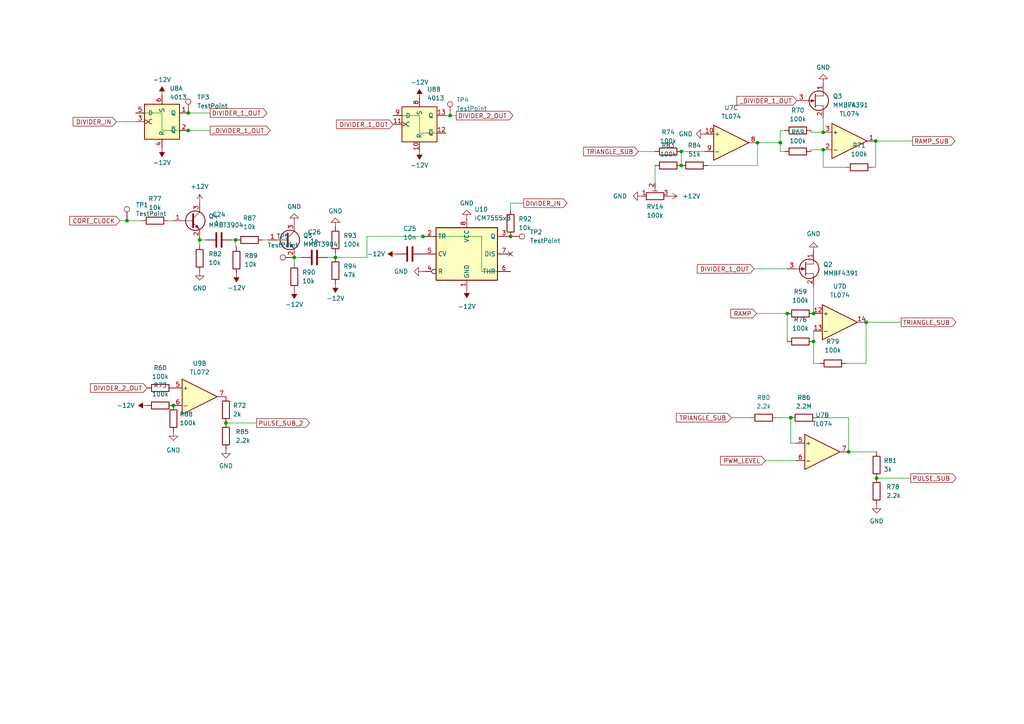
<source format=kicad_sch>
(kicad_sch (version 20250114) (generator "eeschema") (generator_version "9.0")
  (paper "A4")
  (lib_symbols
    (symbol "4xxx:4013" (pin_names (offset 1.016))
      (property "Reference" "U" (at -7.62 8.89 0))
      (property "Value" "4013" (at -7.62 -8.89 0))
      (symbol "4013_1_1"
        (rectangle (start -5.08 5.08) (end 5.08 -5.08) (stroke (width 0.254)) (fill (type background)))
        (pin input line (at -7.62 2.54 0) (length 2.54) (name "D") (number "5"))
        (pin input clock (at -7.62 0 0) (length 2.54) (name "C") (number "3"))
        (pin input line (at 0 7.62 270) (length 2.54) (name "S") (number "6"))
        (pin input line (at 0 -7.62 90) (length 2.54) (name "R") (number "4"))
        (pin output line (at 7.62 2.54 180) (length 2.54) (name "Q") (number "1"))
        (pin output line (at 7.62 -2.54 180) (length 2.54) (name "~{Q}") (number "2"))
      )
      (symbol "4013_2_1"
        (rectangle (start -5.08 5.08) (end 5.08 -5.08) (stroke (width 0.254)) (fill (type background)))
        (pin input line (at -7.62 2.54 0) (length 2.54) (name "D") (number "9"))
        (pin input clock (at -7.62 0 0) (length 2.54) (name "C") (number "11"))
        (pin input line (at 0 7.62 270) (length 2.54) (name "S") (number "8"))
        (pin input line (at 0 -7.62 90) (length 2.54) (name "R") (number "10"))
        (pin output line (at 7.62 2.54 180) (length 2.54) (name "Q") (number "13"))
        (pin output line (at 7.62 -2.54 180) (length 2.54) (name "~{Q}") (number "12"))
      )
      (symbol "4013_3_0"
        (pin power_in line (at 0 10.16 270) (length 2.54) (name "VDD") (number "14"))
        (pin power_in line (at 0 -10.16 90) (length 2.54) (name "VSS") (number "7"))
      )
      (symbol "4013_3_1"
        (rectangle (start -5.08 7.62) (end 5.08 -7.62) (stroke (width 0.254)) (fill (type background)))
      )
    )
    (symbol "Amplifier_Operational:TL072" (pin_names (offset 0.127))
      (property "Reference" "U" (at 0 5.08 0))
      (property "Value" "TL072" (at 0 -5.08 0))
      (symbol "TL072_1_1"
        (polyline (pts (xy -5.08 5.08) (xy 5.08 0) (xy -5.08 -5.08) (xy -5.08 5.08)) (stroke (width 0.254)) (fill (type background)))
        (pin input line (at -7.62 2.54 0) (length 2.54) (name "+") (number "3"))
        (pin input line (at -7.62 -2.54 0) (length 2.54) (name "-") (number "2"))
        (pin output line (at 7.62 0 180) (length 2.54) (name "~") (number "1"))
      )
      (symbol "TL072_2_1"
        (polyline (pts (xy -5.08 5.08) (xy 5.08 0) (xy -5.08 -5.08) (xy -5.08 5.08)) (stroke (width 0.254)) (fill (type background)))
        (pin input line (at -7.62 2.54 0) (length 2.54) (name "+") (number "5"))
        (pin input line (at -7.62 -2.54 0) (length 2.54) (name "-") (number "6"))
        (pin output line (at 7.62 0 180) (length 2.54) (name "~") (number "7"))
      )
      (symbol "TL072_3_1"
        (pin power_in line (at -2.54 7.62 270) (length 3.81) (name "V+") (number "8"))
        (pin power_in line (at -2.54 -7.62 90) (length 3.81) (name "V-") (number "4"))
      )
    )
    (symbol "Amplifier_Operational:TL074" (pin_names (offset 0.127))
      (property "Reference" "U" (at 0 5.08 0))
      (property "Value" "TL074" (at 0 -5.08 0))
      (symbol "TL074_1_1"
        (polyline (pts (xy -5.08 5.08) (xy 5.08 0) (xy -5.08 -5.08) (xy -5.08 5.08)) (stroke (width 0.254)) (fill (type background)))
        (pin input line (at -7.62 2.54 0) (length 2.54) (name "+") (number "3"))
        (pin input line (at -7.62 -2.54 0) (length 2.54) (name "-") (number "2"))
        (pin output line (at 7.62 0 180) (length 2.54) (name "~") (number "1"))
      )
      (symbol "TL074_2_1"
        (polyline (pts (xy -5.08 5.08) (xy 5.08 0) (xy -5.08 -5.08) (xy -5.08 5.08)) (stroke (width 0.254)) (fill (type background)))
        (pin input line (at -7.62 2.54 0) (length 2.54) (name "+") (number "5"))
        (pin input line (at -7.62 -2.54 0) (length 2.54) (name "-") (number "6"))
        (pin output line (at 7.62 0 180) (length 2.54) (name "~") (number "7"))
      )
      (symbol "TL074_3_1"
        (polyline (pts (xy -5.08 5.08) (xy 5.08 0) (xy -5.08 -5.08) (xy -5.08 5.08)) (stroke (width 0.254)) (fill (type background)))
        (pin input line (at -7.62 2.54 0) (length 2.54) (name "+") (number "10"))
        (pin input line (at -7.62 -2.54 0) (length 2.54) (name "-") (number "9"))
        (pin output line (at 7.62 0 180) (length 2.54) (name "~") (number "8"))
      )
      (symbol "TL074_4_1"
        (polyline (pts (xy -5.08 5.08) (xy 5.08 0) (xy -5.08 -5.08) (xy -5.08 5.08)) (stroke (width 0.254)) (fill (type background)))
        (pin input line (at -7.62 2.54 0) (length 2.54) (name "+") (number "12"))
        (pin input line (at -7.62 -2.54 0) (length 2.54) (name "-") (number "13"))
        (pin output line (at 7.62 0 180) (length 2.54) (name "~") (number "14"))
      )
      (symbol "TL074_5_1"
        (pin power_in line (at -2.54 7.62 270) (length 3.81) (name "V+") (number "4"))
        (pin power_in line (at -2.54 -7.62 90) (length 3.81) (name "V-") (number "11"))
      )
    )
    (symbol "Connector:TestPoint" (pin_numbers (hide yes)) (pin_names (offset 0.762) (hide yes))
      (property "Reference" "TP" (at 0 6.858 0))
      (property "Value" "TestPoint" (at 0 5.08 0))
      (symbol "TestPoint_0_1"
        (circle (center 0 3.302) (radius 0.762))
      )
      (symbol "TestPoint_1_1"
        (pin passive line (at 0 0 90) (length 2.54) (name "1") (number "1"))
      )
    )
    (symbol "Device:C" (pin_numbers (hide yes)) (pin_names (offset 0.254))
      (property "Reference" "C" (at 0.635 2.54 0))
      (property "Value" "C" (at 0.635 -2.54 0))
      (symbol "C_0_1"
        (polyline (pts (xy -2.032 0.762) (xy 2.032 0.762)) (stroke (width 0.508)))
        (polyline (pts (xy -2.032 -0.762) (xy 2.032 -0.762)) (stroke (width 0.508)))
      )
      (symbol "C_1_1"
        (pin passive line (at 0 3.81 270) (length 2.794) (name "~") (number "1"))
        (pin passive line (at 0 -3.81 90) (length 2.794) (name "~") (number "2"))
      )
    )
    (symbol "Device:R" (pin_numbers (hide yes)) (pin_names (offset 0))
      (property "Reference" "R" (at 2.032 0 90))
      (property "Value" "R" (at 0 0 90))
      (symbol "R_0_1"
        (rectangle (start -1.016 -2.54) (end 1.016 2.54) (stroke (width 0.254)))
      )
      (symbol "R_1_1"
        (pin passive line (at 0 3.81 270) (length 1.27) (name "~") (number "1"))
        (pin passive line (at 0 -3.81 90) (length 1.27) (name "~") (number "2"))
      )
    )
    (symbol "Device:R_Potentiometer_Trim" (pin_names (offset 1.016) (hide yes))
      (property "Reference" "RV" (at -4.445 0 90))
      (property "Value" "R_Potentiometer_Trim" (at -2.54 0 90))
      (symbol "R_Potentiometer_Trim_0_1"
        (rectangle (start 1.016 2.54) (end -1.016 -2.54) (stroke (width 0.254)))
        (polyline (pts (xy 1.524 0.762) (xy 1.524 -0.762)))
        (polyline (pts (xy 2.54 0) (xy 1.524 0)))
      )
      (symbol "R_Potentiometer_Trim_1_1"
        (pin passive line (at 0 3.81 270) (length 1.27) (name "1") (number "1"))
        (pin passive line (at 0 -3.81 90) (length 1.27) (name "3") (number "3"))
        (pin passive line (at 3.81 0 180) (length 1.27) (name "2") (number "2"))
      )
    )
    (symbol "EuroRackTools:+12V" (power) (pin_names (offset 0))
      (property "Value" "+12V" (at 0 3.556 0))
      (symbol "+12V_0_1"
        (polyline (pts (xy -0.762 1.27) (xy 0 2.54)))
        (polyline (pts (xy 0 2.54) (xy 0.762 1.27)))
        (polyline (pts (xy 0 0) (xy 0 2.54)))
      )
      (symbol "+12V_1_1"
        (pin power_in line (at 0 0 90) (length 0) (hide yes) (name "+12V") (number "1"))
      )
    )
    (symbol "EuroRackTools:-12V" (power) (pin_names (offset 0))
      (property "Value" "-12V" (at 0 3.81 0))
      (symbol "-12V_0_0"
        (pin power_in line (at 0 0 90) (length 0) (hide yes) (name "-12V") (number "1"))
      )
      (symbol "-12V_0_1"
        (polyline (pts (xy 0 0) (xy 0 1.27) (xy 0.762 1.27) (xy 0 2.54) (xy -0.762 1.27) (xy 0 1.27)) (fill (type outline)))
      )
    )
    (symbol "EuroRackTools:GND" (power) (pin_names (offset 0))
      (property "Value" "GND" (at 0 -3.81 0))
      (symbol "GND_0_1"
        (polyline (pts (xy 0 0) (xy 0 -1.27) (xy 1.27 -1.27) (xy 0 -2.54) (xy -1.27 -1.27) (xy 0 -1.27)))
      )
      (symbol "GND_1_1"
        (pin power_in line (at 0 0 270) (length 0) (hide yes) (name "GND") (number "1"))
      )
    )
    (symbol "Timer:ICM7555xB"
      (property "Reference" "U" (at -10.16 8.89 0))
      (property "Value" "ICM7555xB" (at 2.54 8.89 0))
      (symbol "ICM7555xB_0_0"
        (pin power_in line (at 0 10.16 270) (length 2.54) (name "VCC") (number "8"))
        (pin power_in line (at 0 -10.16 90) (length 2.54) (name "GND") (number "1"))
      )
      (symbol "ICM7555xB_0_1"
        (rectangle (start -8.89 -7.62) (end 8.89 7.62) (stroke (width 0.254)) (fill (type background)))
        (rectangle (start -8.89 -7.62) (end 8.89 7.62) (stroke (width 0.254)) (fill (type background)))
      )
      (symbol "ICM7555xB_1_1"
        (pin input line (at -12.7 5.08 0) (length 3.81) (name "TR") (number "2"))
        (pin input line (at -12.7 0 0) (length 3.81) (name "CV") (number "5"))
        (pin input inverted (at -12.7 -5.08 0) (length 3.81) (name "R") (number "4"))
        (pin output line (at 12.7 5.08 180) (length 3.81) (name "Q") (number "3"))
        (pin input line (at 12.7 0 180) (length 3.81) (name "DIS") (number "7"))
        (pin input line (at 12.7 -5.08 180) (length 3.81) (name "THR") (number "6"))
      )
    )
    (symbol "Transistor_BJT:MMBT3904" (pin_names (offset 0) (hide yes))
      (property "Reference" "Q" (at 5.08 1.905 0))
      (property "Value" "MMBT3904" (at 5.08 0 0))
      (symbol "MMBT3904_0_1"
        (polyline (pts (xy -2.54 0) (xy 0.635 0)))
        (polyline (pts (xy 0.635 1.905) (xy 0.635 -1.905)) (stroke (width 0.508)))
        (circle (center 1.27 0) (radius 2.8194) (stroke (width 0.254)))
      )
      (symbol "MMBT3904_1_1"
        (polyline (pts (xy 0.635 0.635) (xy 2.54 2.54)))
        (polyline (pts (xy 0.635 -0.635) (xy 2.54 -2.54)))
        (polyline (pts (xy 1.27 -1.778) (xy 1.778 -1.27) (xy 2.286 -2.286) (xy 1.27 -1.778)) (fill (type outline)))
        (pin input line (at -5.08 0 0) (length 2.54) (name "B") (number "1"))
        (pin passive line (at 2.54 5.08 270) (length 2.54) (name "C") (number "3"))
        (pin passive line (at 2.54 -5.08 90) (length 2.54) (name "E") (number "2"))
      )
    )
    (symbol "Transistor_FET:MMBF4391" (pin_names (hide yes))
      (property "Reference" "Q" (at 5.08 1.905 0))
      (property "Value" "MMBF4391" (at 5.08 0 0))
      (symbol "MMBF4391_0_1"
        (polyline (pts (xy 0 0) (xy -1.016 0.381) (xy -1.016 -0.381) (xy 0 0)) (fill (type outline)))
        (polyline (pts (xy 0.254 1.905) (xy 0.254 -1.905)) (stroke (width 0.254)))
        (polyline (pts (xy 0.254 0) (xy -2.54 0)))
        (circle (center 1.27 0) (radius 2.8194) (stroke (width 0.254)))
        (polyline (pts (xy 2.54 2.54) (xy 2.54 1.397) (xy 0.254 1.397)))
        (polyline (pts (xy 2.54 -2.54) (xy 2.54 -1.397) (xy 0.254 -1.397)))
      )
      (symbol "MMBF4391_1_1"
        (pin input line (at -5.08 0 0) (length 2.54) (name "G") (number "3"))
        (pin passive line (at 2.54 5.08 270) (length 2.54) (name "D") (number "1"))
        (pin passive line (at 2.54 -5.08 90) (length 2.54) (name "S") (number "2"))
      )
    )
  )
  (junction (at 197.612 48.006))
  (junction (at 54.61 32.766))
  (junction (at 130.556 33.528))
  (junction (at 219.71 41.402))
  (junction (at 238.76 43.434))
  (junction (at 226.314 41.402))
  (junction (at 85.344 74.676))
  (junction (at 54.61 37.846))
  (junction (at 254.254 138.684))
  (junction (at 65.532 122.682))
  (junction (at 251.206 93.472))
  (junction (at 57.912 69.596))
  (junction (at 238.76 38.354))
  (junction (at 197.612 43.942))
  (junction (at 254 40.894))
  (junction (at 36.83 64.008))
  (junction (at 148.082 68.58))
  (junction (at 246.126 131.064))
  (junction (at 228.346 90.932))
  (junction (at 235.966 90.932))
  (junction (at 97.282 74.676))
  (junction (at 229.362 121.158))
  (junction (at 68.326 69.596))
  (junction (at 235.966 99.06))
  (junction (at 50.292 117.602))
  (junction (at 122.682 68.58))
  (no_connect (at 148.082 73.66))
  (wire (pts (xy 225.298 121.158) (xy 229.362 121.158)))
  (wire (pts (xy 226.314 37.846) (xy 227.584 37.846)))
  (wire (pts (xy 48.768 64.008) (xy 50.292 64.008)))
  (wire (pts (xy 235.966 83.058) (xy 235.966 90.932)))
  (wire (pts (xy 238.76 38.354) (xy 235.204 38.354)))
  (wire (pts (xy 228.346 90.932) (xy 228.346 99.06)))
  (wire (pts (xy 246.126 131.064) (xy 254.254 131.064)))
  (wire (pts (xy 230.886 128.524) (xy 229.362 128.524)))
  (wire (pts (xy 254 40.894) (xy 254 48.514)))
  (wire (pts (xy 97.282 74.676) (xy 106.426 74.676)))
  (wire (pts (xy 251.206 105.41) (xy 245.364 105.41)))
  (wire (pts (xy 130.556 33.528) (xy 129.286 33.528)))
  (wire (pts (xy 236.982 121.158) (xy 246.126 121.158)))
  (wire (pts (xy 185.166 43.942) (xy 189.992 43.942)))
  (wire (pts (xy 235.966 96.012) (xy 235.966 99.06)))
  (wire (pts (xy 148.082 58.928) (xy 151.892 58.928)))
  (wire (pts (xy 34.798 64.008) (xy 36.83 64.008)))
  (wire (pts (xy 57.912 69.596) (xy 59.69 69.596)))
  (wire (pts (xy 94.996 74.676) (xy 97.282 74.676)))
  (wire (pts (xy 197.612 43.942) (xy 204.47 43.942)))
  (wire (pts (xy 238.76 43.434) (xy 238.76 48.514)))
  (wire (pts (xy 235.966 105.41) (xy 237.744 105.41)))
  (wire (pts (xy 57.912 69.596) (xy 57.912 71.12)))
  (wire (pts (xy 132.334 33.528) (xy 130.556 33.528)))
  (wire (pts (xy 197.612 43.942) (xy 197.612 48.006)))
  (wire (pts (xy 246.126 121.158) (xy 246.126 131.064)))
  (wire (pts (xy 189.992 48.006) (xy 189.992 53.086)))
  (wire (pts (xy 219.71 48.006) (xy 219.71 41.402)))
  (wire (pts (xy 219.456 90.932) (xy 228.346 90.932)))
  (wire (pts (xy 226.314 41.402) (xy 226.314 37.846)))
  (wire (pts (xy 221.996 133.604) (xy 230.886 133.604)))
  (wire (pts (xy 106.426 74.676) (xy 106.426 68.58)))
  (wire (pts (xy 106.426 68.58) (xy 122.682 68.58)))
  (wire (pts (xy 205.232 48.006) (xy 219.71 48.006)))
  (wire (pts (xy 226.314 43.942) (xy 227.584 43.942)))
  (wire (pts (xy 235.204 43.434) (xy 238.76 43.434)))
  (wire (pts (xy 212.09 121.158) (xy 217.678 121.158)))
  (wire (pts (xy 87.376 74.676) (xy 85.344 74.676)))
  (wire (pts (xy 238.76 34.29) (xy 238.76 38.354)))
  (wire (pts (xy 121.666 33.528) (xy 121.666 38.608)))
  (wire (pts (xy 114.046 33.528) (xy 121.666 33.528)))
  (wire (pts (xy 46.99 37.846) (xy 54.61 37.846)))
  (wire (pts (xy 229.362 128.524) (xy 229.362 121.158)))
  (wire (pts (xy 148.082 60.96) (xy 148.082 58.928)))
  (wire (pts (xy 76.2 69.596) (xy 77.724 69.596)))
  (wire (pts (xy 67.31 69.596) (xy 68.326 69.596)))
  (wire (pts (xy 219.71 41.402) (xy 226.314 41.402)))
  (wire (pts (xy 54.61 32.766) (xy 60.96 32.766)))
  (wire (pts (xy 238.76 48.514) (xy 245.364 48.514)))
  (wire (pts (xy 218.694 77.978) (xy 228.346 77.978)))
  (wire (pts (xy 46.99 32.766) (xy 46.99 37.846)))
  (wire (pts (xy 139.7 68.58) (xy 139.7 78.74)))
  (wire (pts (xy 252.984 48.514) (xy 254 48.514)))
  (wire (pts (xy 235.204 43.942) (xy 235.204 43.434)))
  (wire (pts (xy 68.326 69.596) (xy 68.58 69.596)))
  (wire (pts (xy 68.326 69.596) (xy 68.326 71.628)))
  (wire (pts (xy 97.282 73.406) (xy 97.282 74.676)))
  (wire (pts (xy 36.83 64.008) (xy 41.148 64.008)))
  (wire (pts (xy 54.61 37.846) (xy 60.96 37.846)))
  (wire (pts (xy 254 40.894) (xy 264.668 40.894)))
  (wire (pts (xy 85.344 74.676) (xy 85.344 76.454)))
  (wire (pts (xy 122.682 68.58) (xy 139.7 68.58)))
  (wire (pts (xy 226.314 41.402) (xy 226.314 43.942)))
  (wire (pts (xy 235.204 38.354) (xy 235.204 37.846)))
  (wire (pts (xy 33.782 35.306) (xy 39.37 35.306)))
  (wire (pts (xy 254.254 138.684) (xy 264.16 138.684)))
  (wire (pts (xy 68.326 71.628) (xy 68.58 71.628)))
  (wire (pts (xy 65.532 122.682) (xy 74.422 122.682)))
  (wire (pts (xy 39.37 32.766) (xy 46.99 32.766)))
  (wire (pts (xy 251.206 93.472) (xy 251.206 105.41)))
  (wire (pts (xy 121.666 38.608) (xy 129.286 38.608)))
  (wire (pts (xy 251.206 93.472) (xy 261.366 93.472)))
  (wire (pts (xy 57.912 69.088) (xy 57.912 69.596)))
  (wire (pts (xy 139.7 78.74) (xy 148.082 78.74)))
  (wire (pts (xy 235.966 99.06) (xy 235.966 105.41)))
  (global_label "DIVIDER_1_OUT" (shape output) (at 60.96 32.766 0) (property "Intersheetrefs" "${INTERSHEET_REFS}" (effects (hide yes))))
  (global_label "PWM_LEVEL" (shape input) (at 221.996 133.604 180) (property "Intersheetrefs" "${INTERSHEET_REFS}" (effects (hide yes))))
  (global_label "TRIANGLE_SUB" (shape input) (at 212.09 121.158 180) (property "Intersheetrefs" "${INTERSHEET_REFS}" (effects (hide yes))))
  (global_label "DIVIDER_IN" (shape output) (at 151.892 58.928 0) (property "Intersheetrefs" "${INTERSHEET_REFS}" (effects (hide yes))))
  (global_label "_DIVIDER_1_OUT" (shape input) (at 231.14 29.21 180) (property "Intersheetrefs" "${INTERSHEET_REFS}" (effects (hide yes))))
  (global_label "TRIANGLE_SUB" (shape input) (at 185.166 43.942 180) (property "Intersheetrefs" "${INTERSHEET_REFS}" (effects (hide yes))))
  (global_label "_DIVIDER_1_OUT" (shape output) (at 60.96 37.846 0) (property "Intersheetrefs" "${INTERSHEET_REFS}" (effects (hide yes))))
  (global_label "PULSE_SUB" (shape output) (at 264.16 138.684 0) (property "Intersheetrefs" "${INTERSHEET_REFS}" (effects (hide yes))))
  (global_label "TRIANGLE_SUB" (shape output) (at 261.366 93.472 0) (property "Intersheetrefs" "${INTERSHEET_REFS}" (effects (hide yes))))
  (global_label "DIVIDER_1_OUT" (shape input) (at 114.046 36.068 180) (property "Intersheetrefs" "${INTERSHEET_REFS}" (effects (hide yes))))
  (global_label "CORE_CLOCK" (shape input) (at 34.798 64.008 180) (property "Intersheetrefs" "${INTERSHEET_REFS}" (effects (hide yes))))
  (global_label "DIVIDER_1_OUT" (shape input) (at 218.694 77.978 180) (property "Intersheetrefs" "${INTERSHEET_REFS}" (effects (hide yes))))
  (global_label "RAMP_SUB" (shape output) (at 264.668 40.894 0) (property "Intersheetrefs" "${INTERSHEET_REFS}" (effects (hide yes))))
  (global_label "DIVIDER_IN" (shape input) (at 33.782 35.306 180) (property "Intersheetrefs" "${INTERSHEET_REFS}" (effects (hide yes))))
  (global_label "PULSE_SUB_2" (shape output) (at 74.422 122.682 0) (property "Intersheetrefs" "${INTERSHEET_REFS}" (effects (hide yes))))
  (global_label "RAMP" (shape input) (at 219.456 90.932 180) (property "Intersheetrefs" "${INTERSHEET_REFS}" (effects (hide yes))))
  (global_label "DIVIDER_2_OUT" (shape output) (at 132.334 33.528 0) (property "Intersheetrefs" "${INTERSHEET_REFS}" (effects (hide yes))))
  (global_label "DIVIDER_2_OUT" (shape input) (at 42.672 112.522 180) (property "Intersheetrefs" "${INTERSHEET_REFS}" (effects (hide yes))))
  (symbol (lib_id "Device:R") (at 72.39 69.596 90) (unit 1)
    (property "Reference" "R87" (at 72.39 63.246 90))
    (property "Value" "10k" (at 72.39 65.786 90))
    (property "Footprint" "Resistor_SMD:R_0603_1608Metric_Pad0.98x0.95mm_HandSolder" (effects (hide yes)))
    (property "Description" "Resistor" (effects (hide yes)))
  )
  (symbol (lib_id "EuroRackTools:GND") (at 65.532 130.302 0) (unit 1)
    (property "Reference" "#PWR062" (effects (hide yes)))
    (property "Value" "GND" (at 65.532 135.128 0))
    (property "Description" "Power symbol creates a global label with name \"GND\" , ground" (effects (hide yes)))
  )
  (symbol (lib_id "Device:R") (at 65.532 126.492 0) (unit 1)
    (property "Reference" "R85" (at 68.326 125.2219 0) (effects (justify left)))
    (property "Value" "2.2k" (at 68.326 127.7619 0) (effects (justify left)))
    (property "Footprint" "Resistor_SMD:R_0603_1608Metric_Pad0.98x0.95mm_HandSolder" (effects (hide yes)))
    (property "Description" "Resistor" (effects (hide yes)))
  )
  (symbol (lib_id "Device:R") (at 232.156 99.06 90) (unit 1)
    (property "Reference" "R76" (at 232.156 92.71 90))
    (property "Value" "100k" (at 232.156 95.25 90))
    (property "Footprint" "Resistor_SMD:R_0603_1608Metric_Pad0.98x0.95mm_HandSolder" (effects (hide yes)))
    (property "Description" "Resistor" (effects (hide yes)))
  )
  (symbol (lib_id "EuroRackTools:-12V") (at 121.666 28.448 0) (unit 1)
    (property "Reference" "#PWR052" (effects (hide yes)))
    (property "Value" "-12V" (at 121.666 23.876 0))
    (property "Description" "Power symbol creates a global label with name \"-12V\"" (effects (hide yes)))
  )
  (symbol (lib_id "Device:R") (at 193.802 43.942 90) (unit 1)
    (property "Reference" "R74" (at 193.802 38.354 90))
    (property "Value" "100k" (at 193.802 40.894 90))
    (property "Footprint" "Resistor_SMD:R_0603_1608Metric_Pad0.98x0.95mm_HandSolder" (effects (hide yes)))
    (property "Description" "Resistor" (effects (hide yes)))
  )
  (symbol (lib_id "Device:R") (at 46.482 117.602 270) (unit 1)
    (property "Reference" "R73" (at 46.482 111.76 90))
    (property "Value" "100k" (at 46.482 114.3 90))
    (property "Footprint" "Resistor_SMD:R_0603_1608Metric_Pad0.98x0.95mm_HandSolder" (effects (hide yes)))
    (property "Description" "Resistor" (effects (hide yes)))
  )
  (symbol (lib_id "Device:R") (at 44.958 64.008 90) (unit 1)
    (property "Reference" "R77" (at 44.958 57.658 90))
    (property "Value" "10k" (at 44.958 60.198 90))
    (property "Footprint" "Resistor_SMD:R_0603_1608Metric_Pad0.98x0.95mm_HandSolder" (effects (hide yes)))
    (property "Description" "Resistor" (effects (hide yes)))
  )
  (symbol (lib_id "Device:R") (at 231.394 37.846 90) (unit 1)
    (property "Reference" "R70" (at 231.394 32.004 90))
    (property "Value" "100k" (at 231.394 34.544 90))
    (property "Footprint" "Resistor_SMD:R_0603_1608Metric_Pad0.98x0.95mm_HandSolder" (effects (hide yes)))
    (property "Description" "Resistor" (effects (hide yes)))
  )
  (symbol (lib_id "Connector:TestPoint") (at 148.082 68.58 270) (unit 1)
    (property "Reference" "TP2" (at 153.67 67.3099 90) (effects (justify left)))
    (property "Value" "TestPoint" (at 153.67 69.8499 90) (effects (justify left)))
    (property "Footprint" "Eurorack:TestPoint_Pad_D1.0mm" (effects (hide yes)))
    (property "Description" "test point" (effects (hide yes)))
  )
  (symbol (lib_id "Device:R") (at 57.912 74.93 180) (unit 1)
    (property "Reference" "R82" (at 60.452 73.6599 0) (effects (justify right)))
    (property "Value" "10k" (at 60.452 76.1999 0) (effects (justify right)))
    (property "Footprint" "Resistor_SMD:R_0603_1608Metric_Pad0.98x0.95mm_HandSolder" (effects (hide yes)))
    (property "Description" "Resistor" (effects (hide yes)))
  )
  (symbol (lib_id "EuroRackTools:GND") (at 97.282 65.786 180) (unit 1)
    (property "Reference" "#PWR090" (effects (hide yes)))
    (property "Value" "GND" (at 97.282 61.214 0))
    (property "Description" "Power symbol creates a global label with name \"GND\" , ground" (effects (hide yes)))
  )
  (symbol (lib_id "4xxx:4013") (at 46.99 35.306 0) (unit 1)
    (property "Reference" "U8" (at 49.1841 25.654 0) (effects (justify left)))
    (property "Value" "4013" (at 49.1841 28.194 0) (effects (justify left)))
    (property "Footprint" "Package_SO:SOIC-14_3.9x8.7mm_P1.27mm" (effects (hide yes)))
    (property "Datasheet" "http://www.onsemi.com/pub/Collateral/MC14013B-D.PDF" (effects (hide yes)))
    (property "Description" "Dual D  FlipFlop, Set & reset" (effects (hide yes)))
  )
  (symbol (lib_id "Device:R") (at 97.282 78.486 180) (unit 1)
    (property "Reference" "R94" (at 99.568 77.2159 0) (effects (justify right)))
    (property "Value" "47k" (at 99.568 79.7559 0) (effects (justify right)))
    (property "Footprint" "Resistor_SMD:R_0603_1608Metric_Pad0.98x0.95mm_HandSolder" (effects (hide yes)))
    (property "Description" "Resistor" (effects (hide yes)))
  )
  (symbol (lib_id "Device:R") (at 65.532 118.872 0) (unit 1)
    (property "Reference" "R72" (at 67.564 117.6019 0) (effects (justify left)))
    (property "Value" "2k" (at 67.564 120.1419 0) (effects (justify left)))
    (property "Footprint" "Resistor_SMD:R_0603_1608Metric_Pad0.98x0.95mm_HandSolder" (effects (hide yes)))
    (property "Description" "Resistor" (effects (hide yes)))
  )
  (symbol (lib_id "Device:R_Potentiometer_Trim") (at 189.992 56.896 90) (unit 1)
    (property "Reference" "RV14" (at 189.992 59.944 90))
    (property "Value" "100k" (at 189.992 62.484 90))
    (property "Footprint" "Potentiometer_SMD:Potentiometer_Bourns_3214X_Vertical" (effects (hide yes)))
    (property "Description" "Ramp connect Sub" (effects (hide yes)))
  )
  (symbol (lib_id "Amplifier_Operational:TL072") (at 57.912 115.062 0) (unit 2)
    (property "Reference" "U9" (at 57.912 105.41 0))
    (property "Value" "TL072" (at 57.912 107.95 0))
    (property "Footprint" "Package_SO:SOIC-8_3.9x4.9mm_P1.27mm" (effects (hide yes)))
    (property "Datasheet" "http://www.ti.com/lit/ds/symlink/tl071.pdf" (effects (hide yes)))
    (property "Description" "Dual Low-Noise JFET-Input Operational Amplifiers, DIP-8/SOIC-8" (effects (hide yes)))
  )
  (symbol (lib_id "EuroRackTools:+12V") (at 57.912 58.928 0) (unit 1)
    (property "Reference" "#PWR049" (effects (hide yes)))
    (property "Value" "+12V" (at 57.912 54.102 0))
    (property "Description" "Power symbol creates a global label with name \"+12V\"" (effects (hide yes)))
  )
  (symbol (lib_id "Amplifier_Operational:TL074") (at 246.38 40.894 0) (unit 1)
    (property "Reference" "U7" (at 246.38 30.48 0))
    (property "Value" "TL074" (at 246.38 33.02 0))
    (property "Footprint" "Package_SO:SOIC-14_3.9x8.7mm_P1.27mm" (effects (hide yes)))
    (property "Datasheet" "http://www.ti.com/lit/ds/symlink/tl071.pdf" (effects (hide yes)))
    (property "Description" "Quad Low-Noise JFET-Input Operational Amplifiers, DIP-14/SOIC-14" (effects (hide yes)))
  )
  (symbol (lib_id "Device:R") (at 97.282 69.596 180) (unit 1)
    (property "Reference" "R93" (at 99.568 68.3259 0) (effects (justify right)))
    (property "Value" "100k" (at 99.568 70.8659 0) (effects (justify right)))
    (property "Footprint" "Resistor_SMD:R_0603_1608Metric_Pad0.98x0.95mm_HandSolder" (effects (hide yes)))
    (property "Description" "Resistor" (effects (hide yes)))
  )
  (symbol (lib_id "Device:C") (at 91.186 74.676 90) (unit 1)
    (property "Reference" "C26" (at 91.186 67.31 90))
    (property "Value" "1n" (at 91.186 69.85 90))
    (property "Footprint" "Capacitor_SMD:C_0603_1608Metric_Pad1.08x0.95mm_HandSolder" (effects (hide yes)))
    (property "Description" "Unpolarized capacitor" (effects (hide yes)))
  )
  (symbol (lib_id "Device:R") (at 231.394 43.942 90) (unit 1)
    (property "Reference" "R69" (at 231.394 38.354 90))
    (property "Value" "100k" (at 231.394 40.894 90))
    (property "Footprint" "Resistor_SMD:R_0603_1608Metric_Pad0.98x0.95mm_HandSolder" (effects (hide yes)))
    (property "Description" "Resistor" (effects (hide yes)))
  )
  (symbol (lib_id "Amplifier_Operational:TL074") (at 243.586 93.472 0) (unit 4)
    (property "Reference" "U7" (at 243.586 83.058 0))
    (property "Value" "TL074" (at 243.586 85.598 0))
    (property "Footprint" "Package_SO:SOIC-14_3.9x8.7mm_P1.27mm" (effects (hide yes)))
    (property "Datasheet" "http://www.ti.com/lit/ds/symlink/tl071.pdf" (effects (hide yes)))
    (property "Description" "Quad Low-Noise JFET-Input Operational Amplifiers, DIP-14/SOIC-14" (effects (hide yes)))
  )
  (symbol (lib_id "Device:C") (at 118.872 73.66 90) (unit 1)
    (property "Reference" "C25" (at 118.872 66.294 90))
    (property "Value" "10n" (at 118.872 68.834 90))
    (property "Footprint" "Capacitor_SMD:C_0603_1608Metric" (effects (hide yes)))
    (property "Description" "Unpolarized capacitor" (effects (hide yes)))
  )
  (symbol (lib_id "Device:R") (at 201.422 48.006 90) (unit 1)
    (property "Reference" "R84" (at 201.422 42.164 90))
    (property "Value" "51k" (at 201.422 44.704 90))
    (property "Footprint" "Resistor_SMD:R_0603_1608Metric_Pad0.98x0.95mm_HandSolder" (effects (hide yes)))
    (property "Description" "Resistor" (effects (hide yes)))
  )
  (symbol (lib_id "EuroRackTools:GND") (at 122.682 78.74 270) (unit 1)
    (property "Reference" "#PWR093" (effects (hide yes)))
    (property "Value" "GND" (at 118.364 78.7399 90) (effects (justify right)))
    (property "Description" "Power symbol creates a global label with name \"GND\" , ground" (effects (hide yes)))
  )
  (symbol (lib_id "EuroRackTools:-12V") (at 121.666 43.688 180) (unit 1)
    (property "Reference" "#PWR053" (effects (hide yes)))
    (property "Value" "-12V" (at 121.666 47.9312 0))
    (property "Description" "Power symbol creates a global label with name \"-12V\"" (effects (hide yes)))
  )
  (symbol (lib_id "Transistor_BJT:MMBT3904") (at 55.372 64.008 0) (unit 1)
    (property "Reference" "Q4" (at 60.452 62.7379 0) (effects (justify left)))
    (property "Value" "MMBT3904" (at 60.452 65.2779 0) (effects (justify left)))
    (property "Footprint" "Eurorack:SOT-23-3_npn" (effects (hide yes)))
    (property "Datasheet" "https://www.onsemi.com/pdf/datasheet/pzt3904-d.pdf" (effects (hide yes)))
    (property "Description" "0.2A Ic, 40V Vce, Small Signal NPN Transistor, SOT-23" (effects (hide yes)))
  )
  (symbol (lib_id "EuroRackTools:-12V") (at 97.282 82.296 180) (unit 1)
    (property "Reference" "#PWR089" (effects (hide yes)))
    (property "Value" "-12V" (at 97.282 86.5392 0))
    (property "Description" "Power symbol creates a global label with name \"-12V\"" (effects (hide yes)))
  )
  (symbol (lib_id "Device:R") (at 254.254 134.874 0) (unit 1)
    (property "Reference" "R81" (at 256.286 133.6039 0) (effects (justify left)))
    (property "Value" "3k" (at 256.286 136.1439 0) (effects (justify left)))
    (property "Footprint" "Resistor_SMD:R_0603_1608Metric_Pad0.98x0.95mm_HandSolder" (effects (hide yes)))
    (property "Description" "Resistor" (effects (hide yes)))
  )
  (symbol (lib_id "EuroRackTools:-12V") (at 115.062 73.66 90) (unit 1)
    (property "Reference" "#PWR091" (effects (hide yes)))
    (property "Value" "-12V" (at 111.76 73.6599 90) (effects (justify left)))
    (property "Description" "Power symbol creates a global label with name \"-12V\"" (effects (hide yes)))
  )
  (symbol (lib_id "Device:R") (at 148.082 64.77 180) (unit 1)
    (property "Reference" "R92" (at 150.368 63.4999 0) (effects (justify right)))
    (property "Value" "10k" (at 150.368 66.0399 0) (effects (justify right)))
    (property "Footprint" "Resistor_SMD:R_0603_1608Metric_Pad0.98x0.95mm_HandSolder" (effects (hide yes)))
    (property "Description" "Resistor" (effects (hide yes)))
  )
  (symbol (lib_id "Device:R") (at 241.554 105.41 90) (unit 1)
    (property "Reference" "R79" (at 241.554 99.06 90))
    (property "Value" "100k" (at 241.554 101.6 90))
    (property "Footprint" "Resistor_SMD:R_0603_1608Metric_Pad0.98x0.95mm_HandSolder" (effects (hide yes)))
    (property "Description" "Resistor" (effects (hide yes)))
  )
  (symbol (lib_id "4xxx:4013") (at 121.666 36.068 0) (unit 2)
    (property "Reference" "U8" (at 123.8601 25.908 0) (effects (justify left)))
    (property "Value" "4013" (at 123.8601 28.448 0) (effects (justify left)))
    (property "Footprint" "Package_SO:SOIC-14_3.9x8.7mm_P1.27mm" (effects (hide yes)))
    (property "Datasheet" "http://www.onsemi.com/pub/Collateral/MC14013B-D.PDF" (effects (hide yes)))
    (property "Description" "Dual D  FlipFlop, Set & reset" (effects (hide yes)))
  )
  (symbol (lib_id "Device:R") (at 50.292 121.412 180) (unit 1)
    (property "Reference" "R88" (at 52.07 120.1419 0) (effects (justify right)))
    (property "Value" "100k" (at 52.07 122.6819 0) (effects (justify right)))
    (property "Footprint" "Resistor_SMD:R_0603_1608Metric_Pad0.98x0.95mm_HandSolder" (effects (hide yes)))
    (property "Description" "Resistor" (effects (hide yes)))
  )
  (symbol (lib_id "Device:C") (at 63.5 69.596 90) (unit 1)
    (property "Reference" "C24" (at 63.5 62.23 90))
    (property "Value" "1n" (at 63.5 64.77 90))
    (property "Footprint" "Capacitor_SMD:C_0603_1608Metric" (effects (hide yes)))
    (property "Description" "Unpolarized capacitor" (effects (hide yes)))
  )
  (symbol (lib_id "Device:R") (at 46.482 112.522 270) (unit 1)
    (property "Reference" "R60" (at 46.482 106.68 90))
    (property "Value" "100k" (at 46.482 109.22 90))
    (property "Footprint" "Resistor_SMD:R_0603_1608Metric_Pad0.98x0.95mm_HandSolder" (effects (hide yes)))
    (property "Description" "Resistor" (effects (hide yes)))
  )
  (symbol (lib_id "EuroRackTools:-12V") (at 42.672 117.602 90) (unit 1)
    (property "Reference" "#PWR060" (effects (hide yes)))
    (property "Value" "-12V" (at 39.116 117.6019 90) (effects (justify left)))
    (property "Description" "Power symbol creates a global label with name \"-12V\"" (effects (hide yes)))
  )
  (symbol (lib_id "Device:R") (at 233.172 121.158 90) (unit 1)
    (property "Reference" "R86" (at 233.172 115.316 90))
    (property "Value" "2.2M" (at 233.172 117.856 90))
    (property "Footprint" "Resistor_SMD:R_0603_1608Metric_Pad0.98x0.95mm_HandSolder" (effects (hide yes)))
    (property "Description" "Resistor" (effects (hide yes)))
  )
  (symbol (lib_id "Device:R") (at 221.488 121.158 90) (unit 1)
    (property "Reference" "R80" (at 221.488 115.316 90))
    (property "Value" "2.2k" (at 221.488 117.856 90))
    (property "Footprint" "Resistor_SMD:R_0603_1608Metric_Pad0.98x0.95mm_HandSolder" (effects (hide yes)))
    (property "Description" "Resistor" (effects (hide yes)))
  )
  (symbol (lib_id "EuroRackTools:-12V") (at 68.58 79.248 180) (unit 1)
    (property "Reference" "#PWR087" (effects (hide yes)))
    (property "Value" "-12V" (at 68.58 83.4912 0))
    (property "Description" "Power symbol creates a global label with name \"-12V\"" (effects (hide yes)))
  )
  (symbol (lib_id "Device:R") (at 254.254 142.494 0) (unit 1)
    (property "Reference" "R78" (at 257.048 141.2239 0) (effects (justify left)))
    (property "Value" "2.2k" (at 257.048 143.7639 0) (effects (justify left)))
    (property "Footprint" "Resistor_SMD:R_0603_1608Metric_Pad0.98x0.95mm_HandSolder" (effects (hide yes)))
    (property "Description" "Resistor" (effects (hide yes)))
  )
  (symbol (lib_id "Connector:TestPoint") (at 54.61 32.766 0) (unit 1)
    (property "Reference" "TP3" (at 57.15 28.1939 0) (effects (justify left)))
    (property "Value" "TestPoint" (at 57.15 30.7339 0) (effects (justify left)))
    (property "Footprint" "Eurorack:TestPoint_Pad_D1.0mm" (effects (hide yes)))
    (property "Description" "test point" (effects (hide yes)))
  )
  (symbol (lib_id "Amplifier_Operational:TL074") (at 238.506 131.064 0) (unit 2)
    (property "Reference" "U7" (at 238.506 120.396 0))
    (property "Value" "TL074" (at 238.506 122.936 0))
    (property "Footprint" "Package_SO:SOIC-14_3.9x8.7mm_P1.27mm" (effects (hide yes)))
    (property "Datasheet" "http://www.ti.com/lit/ds/symlink/tl071.pdf" (effects (hide yes)))
    (property "Description" "Quad Low-Noise JFET-Input Operational Amplifiers, DIP-14/SOIC-14" (effects (hide yes)))
  )
  (symbol (lib_id "Amplifier_Operational:TL074") (at 212.09 41.402 0) (unit 3)
    (property "Reference" "U7" (at 212.09 31.242 0))
    (property "Value" "TL074" (at 212.09 33.782 0))
    (property "Footprint" "Package_SO:SOIC-14_3.9x8.7mm_P1.27mm" (effects (hide yes)))
    (property "Datasheet" "http://www.ti.com/lit/ds/symlink/tl071.pdf" (effects (hide yes)))
    (property "Description" "Quad Low-Noise JFET-Input Operational Amplifiers, DIP-14/SOIC-14" (effects (hide yes)))
  )
  (symbol (lib_id "EuroRackTools:GND") (at 254.254 146.304 0) (unit 1)
    (property "Reference" "#PWR057" (effects (hide yes)))
    (property "Value" "GND" (at 254.254 151.13 0))
    (property "Description" "Power symbol creates a global label with name \"GND\" , ground" (effects (hide yes)))
  )
  (symbol (lib_id "EuroRackTools:-12V") (at 85.344 84.074 180) (unit 1)
    (property "Reference" "#PWR088" (effects (hide yes)))
    (property "Value" "-12V" (at 85.344 88.3172 0))
    (property "Description" "Power symbol creates a global label with name \"-12V\"" (effects (hide yes)))
  )
  (symbol (lib_id "Device:R") (at 68.58 75.438 180) (unit 1)
    (property "Reference" "R89" (at 70.866 74.1679 0) (effects (justify right)))
    (property "Value" "10k" (at 70.866 76.7079 0) (effects (justify right)))
    (property "Footprint" "Resistor_SMD:R_0603_1608Metric_Pad0.98x0.95mm_HandSolder" (effects (hide yes)))
    (property "Description" "Resistor" (effects (hide yes)))
  )
  (symbol (lib_id "EuroRackTools:+12V") (at 193.802 56.896 270) (unit 1)
    (property "Reference" "#PWR056" (effects (hide yes)))
    (property "Value" "+12V" (at 197.866 56.896 90) (effects (justify left)))
    (property "Description" "Power symbol creates a global label with name \"+12V\"" (effects (hide yes)))
  )
  (symbol (lib_id "Device:R") (at 193.802 48.006 90) (unit 1)
    (property "Reference" "R83" (at 193.802 42.164 90))
    (property "Value" "100k" (at 193.802 44.704 90))
    (property "Footprint" "Resistor_SMD:R_0603_1608Metric_Pad0.98x0.95mm_HandSolder" (effects (hide yes)))
    (property "Description" "Resistor" (effects (hide yes)))
  )
  (symbol (lib_id "EuroRackTools:-12V") (at 46.99 42.926 180) (unit 1)
    (property "Reference" "#PWR051" (effects (hide yes)))
    (property "Value" "-12V" (at 46.99 47.1692 0))
    (property "Description" "Power symbol creates a global label with name \"-12V\"" (effects (hide yes)))
  )
  (symbol (lib_id "Device:R") (at 85.344 80.264 180) (unit 1)
    (property "Reference" "R90" (at 87.63 78.9939 0) (effects (justify right)))
    (property "Value" "10k" (at 87.63 81.5339 0) (effects (justify right)))
    (property "Footprint" "Resistor_SMD:R_0603_1608Metric_Pad0.98x0.95mm_HandSolder" (effects (hide yes)))
    (property "Description" "Resistor" (effects (hide yes)))
  )
  (symbol (lib_id "EuroRackTools:GND") (at 85.344 64.516 180) (unit 1)
    (property "Reference" "#PWR095" (effects (hide yes)))
    (property "Value" "GND" (at 85.344 59.944 0))
    (property "Description" "Power symbol creates a global label with name \"GND\" , ground" (effects (hide yes)))
  )
  (symbol (lib_id "Transistor_FET:MMBF4391") (at 236.22 29.21 0) (unit 1)
    (property "Reference" "Q3" (at 241.554 27.9399 0) (effects (justify left)))
    (property "Value" "MMBF4391" (at 241.554 30.4799 0) (effects (justify left)))
    (property "Footprint" "Package_TO_SOT_SMD:SOT-23" (effects (hide yes)))
    (property "Datasheet" "https://www.onsemi.com/pub/Collateral/MMBF4391LT1-D.PDF" (effects (hide yes)))
    (property "Description" "50mA min, 30V, 30mOhm max, 4-10V Vgs(off), N-Channel JFET, SOT-23" (effects (hide yes)))
  )
  (symbol (lib_id "Timer:ICM7555xB") (at 135.382 73.66 0) (unit 1)
    (property "Reference" "U10" (at 137.5761 60.706 0) (effects (justify left)))
    (property "Value" "ICM7555xB" (at 137.5761 63.246 0) (effects (justify left)))
    (property "Footprint" "Package_SO:SOIC-8_3.9x4.9mm_P1.27mm" (effects (hide yes)))
    (property "Datasheet" "http://www.intersil.com/content/dam/Intersil/documents/icm7/icm7555-56.pdf" (effects (hide yes)))
    (property "Description" "CMOS General Purpose Timer, 555 compatible, SOIC-8" (effects (hide yes)))
  )
  (symbol (lib_id "EuroRackTools:-12V") (at 135.382 83.82 180) (unit 1)
    (property "Reference" "#PWR092" (effects (hide yes)))
    (property "Value" "-12V" (at 135.382 88.9 0))
    (property "Description" "Power symbol creates a global label with name \"-12V\"" (effects (hide yes)))
  )
  (symbol (lib_id "EuroRackTools:GND") (at 238.76 24.13 180) (unit 1)
    (property "Reference" "#PWR059" (effects (hide yes)))
    (property "Value" "GND" (at 238.76 19.558 0))
    (property "Description" "Power symbol creates a global label with name \"GND\" , ground" (effects (hide yes)))
  )
  (symbol (lib_id "Connector:TestPoint") (at 85.344 74.676 90) (unit 1)
    (property "Reference" "TP5" (at 82.042 68.58 90))
    (property "Value" "TestPoint" (at 82.042 71.12 90))
    (property "Footprint" "Eurorack:TestPoint_Pad_D1.0mm" (effects (hide yes)))
    (property "Description" "test point" (effects (hide yes)))
  )
  (symbol (lib_id "Connector:TestPoint") (at 130.556 33.528 0) (unit 1)
    (property "Reference" "TP4" (at 132.334 28.9559 0) (effects (justify left)))
    (property "Value" "TestPoint" (at 132.334 31.4959 0) (effects (justify left)))
    (property "Footprint" "Eurorack:TestPoint_Pad_D1.0mm" (effects (hide yes)))
    (property "Description" "test point" (effects (hide yes)))
  )
  (symbol (lib_id "EuroRackTools:GND") (at 204.47 38.862 270) (unit 1)
    (property "Reference" "#PWR058" (effects (hide yes)))
    (property "Value" "GND" (at 200.914 38.8619 90) (effects (justify right)))
    (property "Description" "Power symbol creates a global label with name \"GND\" , ground" (effects (hide yes)))
  )
  (symbol (lib_id "Device:R") (at 249.174 48.514 90) (unit 1)
    (property "Reference" "R71" (at 249.174 42.164 90))
    (property "Value" "100k" (at 249.174 44.704 90))
    (property "Footprint" "Resistor_SMD:R_0603_1608Metric_Pad0.98x0.95mm_HandSolder" (effects (hide yes)))
    (property "Description" "Resistor" (effects (hide yes)))
  )
  (symbol (lib_id "Transistor_FET:MMBF4391") (at 233.426 77.978 0) (unit 1)
    (property "Reference" "Q2" (at 238.76 76.7079 0) (effects (justify left)))
    (property "Value" "MMBF4391" (at 238.76 79.2479 0) (effects (justify left)))
    (property "Footprint" "Package_TO_SOT_SMD:SOT-23" (effects (hide yes)))
    (property "Datasheet" "https://www.onsemi.com/pub/Collateral/MMBF4391LT1-D.PDF" (effects (hide yes)))
    (property "Description" "50mA min, 30V, 30mOhm max, 4-10V Vgs(off), N-Channel JFET, SOT-23" (effects (hide yes)))
  )
  (symbol (lib_id "EuroRackTools:GND") (at 235.966 72.898 180) (unit 1)
    (property "Reference" "#PWR054" (effects (hide yes)))
    (property "Value" "GND" (at 235.966 67.818 0))
    (property "Description" "Power symbol creates a global label with name \"GND\" , ground" (effects (hide yes)))
  )
  (symbol (lib_id "Transistor_BJT:MMBT3904") (at 82.804 69.596 0) (unit 1)
    (property "Reference" "Q5" (at 87.884 68.3259 0) (effects (justify left)))
    (property "Value" "MMBT3904" (at 87.884 70.8659 0) (effects (justify left)))
    (property "Footprint" "Eurorack:SOT-23-3_npn" (effects (hide yes)))
    (property "Datasheet" "https://www.onsemi.com/pdf/datasheet/pzt3904-d.pdf" (effects (hide yes)))
    (property "Description" "0.2A Ic, 40V Vce, Small Signal NPN Transistor, SOT-23" (effects (hide yes)))
  )
  (symbol (lib_id "EuroRackTools:GND") (at 186.182 56.896 270) (unit 1)
    (property "Reference" "#PWR055" (effects (hide yes)))
    (property "Value" "GND" (at 181.864 56.8959 90) (effects (justify right)))
    (property "Description" "Power symbol creates a global label with name \"GND\" , ground" (effects (hide yes)))
  )
  (symbol (lib_id "Device:R") (at 232.156 90.932 90) (unit 1)
    (property "Reference" "R59" (at 232.156 84.582 90))
    (property "Value" "100k" (at 232.156 87.122 90))
    (property "Footprint" "Resistor_SMD:R_0603_1608Metric_Pad0.98x0.95mm_HandSolder" (effects (hide yes)))
    (property "Description" "Resistor" (effects (hide yes)))
  )
  (symbol (lib_id "Connector:TestPoint") (at 36.83 64.008 0) (unit 1)
    (property "Reference" "TP1" (at 39.37 59.4359 0) (effects (justify left)))
    (property "Value" "TestPoint" (at 39.37 61.9759 0) (effects (justify left)))
    (property "Footprint" "Eurorack:TestPoint_Pad_D1.0mm" (effects (hide yes)))
    (property "Description" "test point" (effects (hide yes)))
  )
  (symbol (lib_id "EuroRackTools:GND") (at 50.292 125.222 0) (unit 1)
    (property "Reference" "#PWR061" (effects (hide yes)))
    (property "Value" "GND" (at 50.292 130.556 0))
    (property "Description" "Power symbol creates a global label with name \"GND\" , ground" (effects (hide yes)))
  )
  (symbol (lib_id "EuroRackTools:GND") (at 57.912 78.74 0) (unit 1)
    (property "Reference" "#PWR050" (effects (hide yes)))
    (property "Value" "GND" (at 57.912 83.566 0))
    (property "Description" "Power symbol creates a global label with name \"GND\" , ground" (effects (hide yes)))
  )
  (symbol (lib_id "EuroRackTools:GND") (at 135.382 63.5 180) (unit 1)
    (property "Reference" "#PWR094" (effects (hide yes)))
    (property "Value" "GND" (at 135.382 58.928 0))
    (property "Description" "Power symbol creates a global label with name \"GND\" , ground" (effects (hide yes)))
  )
  (symbol (lib_id "EuroRackTools:-12V") (at 46.99 27.686 0) (unit 1)
    (property "Reference" "#PWR048" (effects (hide yes)))
    (property "Value" "-12V" (at 46.99 23.114 0))
    (property "Description" "Power symbol creates a global label with name \"-12V\"" (effects (hide yes)))
  )
)
</source>
